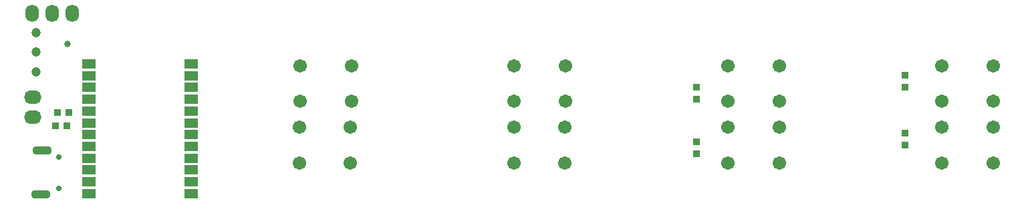
<source format=gts>
G04*
G04 #@! TF.GenerationSoftware,Altium Limited,Altium Designer,18.1.9 (240)*
G04*
G04 Layer_Color=8388736*
%FSLAX24Y24*%
%MOIN*%
G70*
G01*
G75*
%ADD18R,0.0380X0.0380*%
%ADD19R,0.0380X0.0380*%
%ADD20R,0.0710X0.0474*%
%ADD21O,0.0671X0.0867*%
%ADD22C,0.0671*%
G04:AMPARAMS|DCode=23|XSize=92.6mil|YSize=39.5mil|CornerRadius=11.9mil|HoleSize=0mil|Usage=FLASHONLY|Rotation=0.000|XOffset=0mil|YOffset=0mil|HoleType=Round|Shape=RoundedRectangle|*
%AMROUNDEDRECTD23*
21,1,0.0926,0.0157,0,0,0.0*
21,1,0.0689,0.0395,0,0,0.0*
1,1,0.0237,0.0344,-0.0079*
1,1,0.0237,-0.0344,-0.0079*
1,1,0.0237,-0.0344,0.0079*
1,1,0.0237,0.0344,0.0079*
%
%ADD23ROUNDEDRECTD23*%
%ADD24C,0.0277*%
%ADD25O,0.0867X0.0671*%
%ADD26C,0.0474*%
%ADD27C,0.0320*%
D18*
X19075Y28225D02*
D03*
X19625D02*
D03*
X18975Y27550D02*
D03*
X19525D02*
D03*
D19*
X50934Y26750D02*
D03*
Y26150D02*
D03*
X61350Y27200D02*
D03*
Y26600D02*
D03*
Y29484D02*
D03*
Y30084D02*
D03*
X50950Y28900D02*
D03*
Y29500D02*
D03*
D20*
X20632Y24169D02*
D03*
Y28303D02*
D03*
Y28893D02*
D03*
Y29484D02*
D03*
Y30074D02*
D03*
Y30665D02*
D03*
Y25941D02*
D03*
Y25350D02*
D03*
Y27712D02*
D03*
Y27122D02*
D03*
Y26531D02*
D03*
X25750Y24169D02*
D03*
Y24759D02*
D03*
Y25350D02*
D03*
Y25941D02*
D03*
Y26531D02*
D03*
Y27122D02*
D03*
Y27712D02*
D03*
Y28303D02*
D03*
Y28893D02*
D03*
Y29484D02*
D03*
Y30074D02*
D03*
Y30665D02*
D03*
X20632Y24759D02*
D03*
D21*
X17800Y33200D02*
D03*
X18800D02*
D03*
X19800D02*
D03*
D22*
X31170Y30572D02*
D03*
X33730D02*
D03*
X31170Y28800D02*
D03*
X33730D02*
D03*
X44400Y28800D02*
D03*
X41841D02*
D03*
X44400Y30572D02*
D03*
X41841D02*
D03*
X52500D02*
D03*
X55059D02*
D03*
X52500Y28800D02*
D03*
X55059D02*
D03*
X65724Y28800D02*
D03*
X63165D02*
D03*
X65724Y30572D02*
D03*
X63165D02*
D03*
X52500Y27486D02*
D03*
X55059D02*
D03*
X52500Y25714D02*
D03*
X55059D02*
D03*
X33680D02*
D03*
X31120D02*
D03*
X33680Y27486D02*
D03*
X31120D02*
D03*
X41820D02*
D03*
X44380D02*
D03*
X41820Y25714D02*
D03*
X44380D02*
D03*
X63165Y27486D02*
D03*
X65724D02*
D03*
X63165Y25714D02*
D03*
X65724D02*
D03*
D23*
X18289Y26323D02*
D03*
X18250Y24118D02*
D03*
D24*
X19136Y24433D02*
D03*
Y26008D02*
D03*
D25*
X17850Y29000D02*
D03*
Y28000D02*
D03*
D26*
X18000Y30266D02*
D03*
Y31250D02*
D03*
Y32234D02*
D03*
D27*
X19570Y31680D02*
D03*
M02*

</source>
